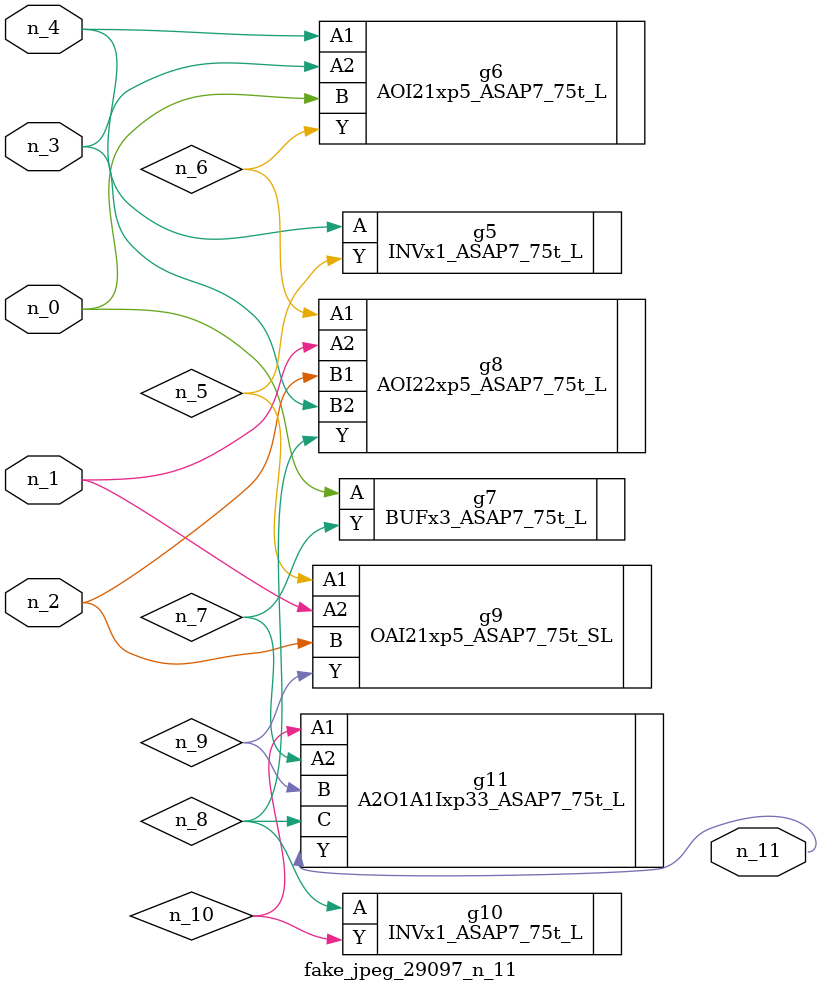
<source format=v>
module fake_jpeg_29097_n_11 (n_3, n_2, n_1, n_0, n_4, n_11);

input n_3;
input n_2;
input n_1;
input n_0;
input n_4;

output n_11;

wire n_10;
wire n_8;
wire n_9;
wire n_6;
wire n_5;
wire n_7;

INVx1_ASAP7_75t_L g5 ( 
.A(n_4),
.Y(n_5)
);

AOI21xp5_ASAP7_75t_L g6 ( 
.A1(n_4),
.A2(n_3),
.B(n_0),
.Y(n_6)
);

BUFx3_ASAP7_75t_L g7 ( 
.A(n_0),
.Y(n_7)
);

AOI22xp5_ASAP7_75t_L g8 ( 
.A1(n_6),
.A2(n_1),
.B1(n_2),
.B2(n_3),
.Y(n_8)
);

INVx1_ASAP7_75t_L g10 ( 
.A(n_8),
.Y(n_10)
);

OAI21xp5_ASAP7_75t_SL g9 ( 
.A1(n_5),
.A2(n_1),
.B(n_2),
.Y(n_9)
);

A2O1A1Ixp33_ASAP7_75t_L g11 ( 
.A1(n_10),
.A2(n_7),
.B(n_9),
.C(n_8),
.Y(n_11)
);


endmodule
</source>
